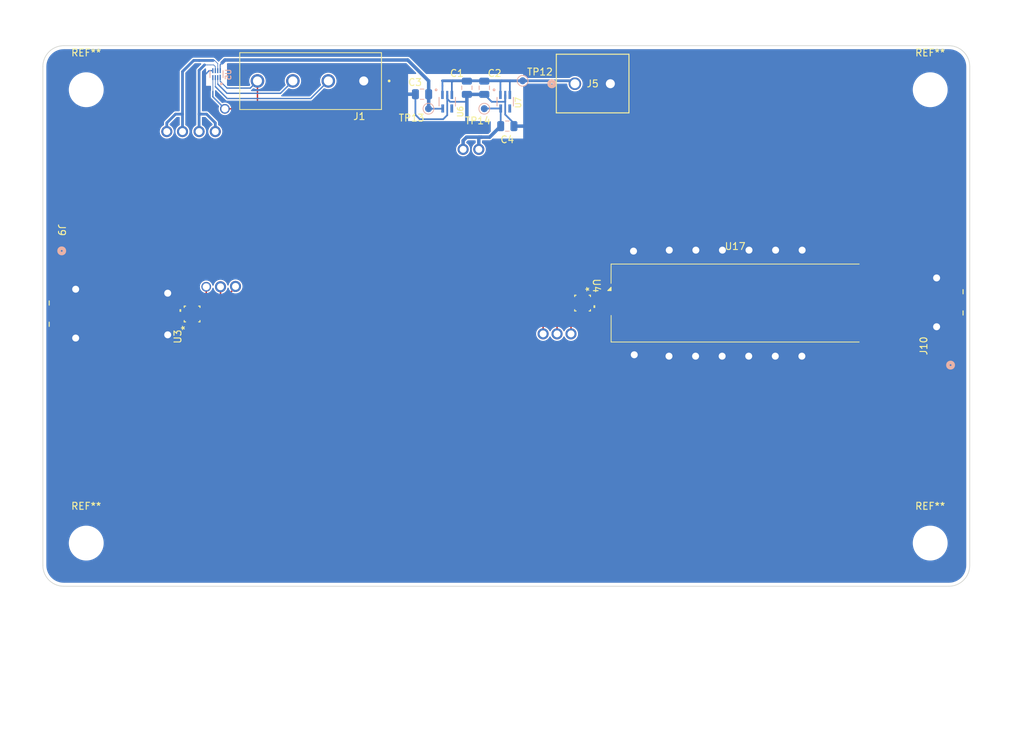
<source format=kicad_pcb>
(kicad_pcb (version 20240108) (generator "pcbnew") (generator_version "8.0")
  (title_block (title "RCA Telescope PCBs") (date "2025-04-29"))
  (layers (0 "F.Cu" signal) (31 "B.Cu" signal) (34 "B.Paste" user) (35 "F.Paste" user) (36 "B.SilkS" user "B.Silkscreen") (37 "F.SilkS" user "F.Silkscreen") (38 "B.Mask" user) (39 "F.Mask" user) (44 "Edge.Cuts" user))
  (net 0 "")
  (net 1 "/RFS_GND")
  (net 2 "/RFSwitchFilter/5V_IN")
  (net 3 "/RFSwitchFilter/+1V8")
  (net 4 "/RFSwitchFilter/+3V3")
  (net 5 "/RFSwitchFilter/CNTR_V1")
  (net 6 "/RFSwitchFilter/CNTR_V2")
  (net 7 "/RFSwitchFilter/VDD_REF")
  (net 8 "/RFSwitchFilter/ANT")
  (net 9 "/RFSwitchFilter/FILTER_OUT")
  (net 10 "/RFSwitchFilter/INT_CTRL_V1")
  (net 11 "/RFSwitchFilter/INT_CTRL_V2")
  (net 12 "/RFSwitchFilter/FILTERA_IN")
  (net 13 "/RFSwitchFilter/FILTERC_IN")
  (net 14 "/RFSwitchFilter/FILTERB_IN")
  (net 15 "Net-(U17-IN)")
  (footprint "Library:QFN12_SKY" (layer "F.Cu") (at 307.936071 56.90732 -90)
    (property "Reference" "U4")
    (property "Value" "SKY13588-460LF")
  )
  (footprint "RF_Mini-Circuits:Mini-Circuits_HQ1157" (layer "F.Cu") (at 329.811171 56.89711 90)
    (property "Reference" "U17")
    (property "Value" "BPF-A355")
  )
  (footprint "Library:CONN_142-0711-821_CIN" (layer "F.Cu") (at 355.693161 56.79711 90)
    (property "Reference" "J10")
    (property "Value" "FILTER_OUT")
  )
  (footprint "MountingHole:MountingHole_4.3mm_M4" (layer "F.Cu") (at 236.776491 91.31353)
    (property "Reference" "REF**")
    (property "Value" "MountingHole_4.3mm_M4")
  )
  (footprint "Library:PHOENIX_1729144" (layer "F.Cu") (at 279.102671 21.00261 180)
    (property "Reference" "J1")
    (property "Value" "Screw_Terminal_01x04")
  )
  (footprint "MountingHole:MountingHole_4.3mm_M4" (layer "F.Cu") (at 236.776491 26.31353)
    (property "Reference" "REF**")
    (property "Value" "MountingHole_4.3mm_M4")
  )
  (footprint "Library:QFN12_SKY" (layer "F.Cu") (at 251.956071 58.46732 90)
    (property "Reference" "U3")
    (property "Value" "SKY13588-460LF")
  )
  (footprint "MountingHole:MountingHole_4.3mm_M4" (layer "F.Cu") (at 357.776491 91.31353)
    (property "Reference" "REF**")
    (property "Value" "MountingHole_4.3mm_M4")
  )
  (footprint "MountingHole:MountingHole_4.3mm_M4" (layer "F.Cu") (at 357.776491 26.31353)
    (property "Reference" "REF**")
    (property "Value" "MountingHole_4.3mm_M4")
  )
  (footprint "Library:Kikit_Board_Label" (layer "F.Cu") (at 245.144836 20.032916)
    (property "Reference" "RFS")
    (property "Value" "Kikit_Board_Label")
  )
  (footprint "Library:CONN_1729128_PXC" (layer "F.Cu") (at 306.838236 25.45261)
    (property "Reference" "J5")
    (property "Value" "5V From SDR")
  )
  (footprint "Library:CONN_142-0711-821_CIN" (layer "F.Cu") (at 238.259071 58.41732 -90)
    (property "Reference" "J9")
    (property "Value" "ANT")
  )
  (footprint "Library:TestPoint_Pad_D1.0mm_Edit" (layer "B.Cu") (at 293.844836 29.032916 180)
    (property "Reference" "TP14")
    (property "Value" "FCTRL_3V3")
  )
  (footprint "Capacitor_SMD:C_0805_2012Metric" (layer "B.Cu") (at 284.918236 26.957916)
    (property "Reference" "C3")
    (property "Value" "1 uF")
  )
  (footprint "Capacitor_SMD:C_0805_2012Metric" (layer "B.Cu") (at 291.344836 26.032916 -90)
    (property "Reference" "C1")
    (property "Value" "1 uF")
  )
  (footprint "Library:TestPoint_Pad_D1.0mm_Edit" (layer "B.Cu") (at 285.844836 29.032916 180)
    (property "Reference" "TP13")
    (property "Value" "FCTRL_1V8")
  )
  (footprint "Capacitor_SMD:C_0805_2012Metric" (layer "B.Cu") (at 297.144836 31.532916 180)
    (property "Reference" "C4")
    (property "Value" "1 uF")
  )
  (footprint "Capacitor_SMD:C_0805_2012Metric" (layer "B.Cu") (at 293.844836 26.032916 -90)
    (property "Reference" "C2")
    (property "Value" "1 uF")
  )
  (footprint "Library:TestPoint_Pad_D1.0mm_Edit" (layer "B.Cu") (at 299.344836 25.032916 180)
    (property "Reference" "TP12")
    (property "Value" "FCTRL_VIN")
  )
  (footprint "Library:SOT65P210X110-5N" (layer "B.Cu") (at 288.532336 28.032916 -90)
    (property "Reference" "U6")
    (property "Value" "MIC5365-1.8YC5-TR")
  )
  (footprint "Library:SOT65P210X110-5N" (layer "B.Cu") (at 296.844836 28.032916 -90)
    (property "Reference" "U7")
    (property "Value" "MIC5365-3.3YC5-TR")
  )
  (footprint "Library:SON35P140X100X40-8N" (layer "B.Cu") (at 255.455171 24.07761 90)
    (property "Reference" "U5")
    (property "Value" "SN74AVC2T244DQER")
  )
  (gr_poly (pts (xy 312.035171 55.63261) (xy 311.735171 55.63261) (xy 311.735171 58.15261) (xy 312.035171 58.15261)) (fill solid) (layer "F.Cu") (net 15))
  (gr_poly (pts (xy 252.560051 59.19446) (xy 252.356851 59.19446) (xy 252.356851 59.77866) (xy 252.560051 59.77866)) (fill solid) (layer "F.Cu") (net 13))
  (gr_poly (pts (xy 251.559291 59.19446) (xy 251.356091 59.19446) (xy 251.356091 59.77866) (xy 251.559291 59.77866)) (fill solid) (layer "F.Cu") (net 12))
  (gr_poly (pts (xy 308.933991 50.66298) (xy 307.951191 50.66298) (xy 307.951191 51.66298) (xy 308.933991 51.66298)) (fill solid) (layer "F.Cu") (net 14))
  (gr_poly (pts (xy 311.742751 55.24813) (xy 310.242751 55.24813) (xy 310.242751 58.56372) (xy 311.742751 58.56372)) (fill solid) (layer "F.Cu") (net 15))
  (gr_poly (pts (xy 236.149463 60.136025) (xy 236.149463 56.820435) (xy 231.150391 57.47742) (xy 231.150391 59.4764)) (fill solid) (layer "F.Cu") (net 8))
  (gr_poly (pts (xy 300.867941 56.13616) (xy 299.664721 56.13616) (xy 299.664721 59.2454) (xy 300.867941 59.2454)) (fill solid) (layer "F.Cu") (net 13))
  (gr_poly (pts (xy 252.186921 52.66342) (xy 250.713211 52.66342) (xy 250.713211 54.16342) (xy 252.186921 54.16342)) (fill solid) (layer "F.Cu") (net 14))
  (gr_poly (pts (xy 266.446771 59.16332) (xy 254.538161 59.16332) (xy 254.538161 60.66324) (xy 266.446771 60.66324)) (fill solid) (layer "F.Cu") (net 13))
  (gr_poly (pts (xy 307.535811 57.6349) (xy 307.332611 57.6349) (xy 307.332611 58.2191) (xy 307.535811 58.2191)) (fill solid) (layer "F.Cu") (net 1))
  (gr_poly (pts (xy 296.182011 65.79084) (xy 296.182011 67.2742) (xy 296.679883 67.274217) (xy 296.679883 64.812957) (xy 296.430931 64.81294) (xy 296.430931 65.79084)) (fill solid) (layer "F.Cu") (net 12))
  (gr_poly (pts (xy 309.242691 56.30902) (xy 308.658491 56.30902) (xy 308.658491 56.51222) (xy 309.242691 56.51222)) (fill solid) (layer "F.Cu") (net 1))
  (gr_poly (pts (xy 252.059671 59.19446) (xy 251.856471 59.19446) (xy 251.856471 59.77866) (xy 252.059671 59.77866)) (fill solid) (layer "F.Cu") (net 1))
  (gr_poly (pts (xy 253.343765 65.432304) (xy 252.117251 65.43228) (xy 252.117251 66.6574) (xy 253.343765 66.657424)) (fill solid) (layer "F.Cu") (net 12))
  (gr_poly (pts (xy 308.542591 52.8593) (xy 308.342591 52.8593) (xy 308.342591 55.60331) (xy 308.542591 55.60331)) (fill solid) (layer "F.Cu") (net 14))
  (gr_poly (pts (xy 309.033201 59.36149) (xy 307.851971 59.36149) (xy 307.851971 65.37743) (xy 309.033201 65.37743)) (fill solid) (layer "F.Cu") (net 12))
  (gr_poly (pts (xy 254.116811 49.4835) (xy 252.115481 49.483486) (xy 252.115481 50.510766) (xy 254.116811 50.51078)) (fill solid) (layer "F.Cu") (net 14))
  (gr_poly (pts (xy 296.182016 65.790831) (xy 273.390231 65.7918) (xy 273.390231 66.29789) (xy 296.182016 66.296921)) (fill solid) (layer "F.Cu") (net 12))
  (gr_poly (pts (xy 299.598311 59.28082) (xy 299.598311 60.54574) (xy 299.671181 60.54369) (xy 299.743811 60.53756) (xy 299.815991 60.52736) (xy 299.887481 60.51312) (xy 299.958061 60.49489) (xy 300.027511 60.47272) (xy 300.095601 60.4467) (xy 300.162121 60.41689) (xy 300.226861 60.38339) (xy 300.289621 60.34632) (xy 300.350201 60.30577) (xy 300.408411 60.26189) (xy 300.464071 60.21481) (xy 300.516991 60.16469) (xy 300.567011 60.11166) (xy 300.613981 60.05592) (xy 300.657751 59.99762) (xy 300.698171 59.93697) (xy 300.735131 59.87413) (xy 300.768501 59.80932) (xy 300.798181 59.74274) (xy 300.824071 59.6746) (xy 300.846101 59.60511) (xy 300.864191 59.5345) (xy 300.878291 59.46298) (xy 300.888351 59.39078) (xy 300.894341 59.31814) (xy 300.898791 59.24526) (xy 299.633871 59.24526) (xy 299.636501 59.24526) (xy 299.636441 59.24735) (xy 299.636261 59.24943) (xy 299.635951 59.2515) (xy 299.635521 59.25355) (xy 299.634981 59.25556) (xy 299.634321 59.25755) (xy 299.633541 59.25949) (xy 299.632651 59.26138) (xy 299.631651 59.26322) (xy 299.630541 59.26499) (xy 299.629341 59.2667) (xy 299.628031 59.26833) (xy 299.626631 59.26988) (xy 299.625141 59.27135) (xy 299.623571 59.27273) (xy 299.621921 59.27402) (xy 299.620201 59.2752) (xy 299.618411 59.27628) (xy 299.616571 59.27726) (xy 299.614661 59.27813) (xy 299.612711 59.27888) (xy 299.610721 59.27952) (xy 299.608701 59.28004) (xy 299.606651 59.28044) (xy 299.604571 59.28072) (xy 299.602491 59.28087) (xy 299.600401 59.28091)) (fill solid) (layer "F.Cu") (net 13))
  (gr_poly (pts (xy 289.202821 59.59757) (xy 266.446695 59.59757) (xy 266.446695 60.22899) (xy 289.202821 60.22899)) (fill solid) (layer "F.Cu") (net 13))
  (gr_poly (pts (xy 307.704314 59.362365) (xy 309.167354 59.362365) (xy 308.534894 58.719745) (xy 308.336774 58.719745)) (fill solid) (layer "F.Cu") (net 12))
  (gr_poly (pts (xy 307.292981 55.37082) (xy 301.509911 55.37082) (xy 301.509911 55.57082) (xy 307.292981 55.57082)) (fill solid) (layer "F.Cu") (net 13))
  (gr_poly (pts (xy 297.500431 70.12634) (xy 295.361421 70.12634) (xy 295.361421 76.10098) (xy 297.500431 76.10098)) (fill solid) (layer "F.Cu") (net 12))
  (gr_rect (start 318.716491 62.01353) (end 341.036491 65.51353) (fill solid) (layer "F.Cu") (net 1))
  (gr_poly (pts (xy 250.650671 58.36818) (xy 249.150188 58.368104) (xy 249.150188 58.568104) (xy 250.650671 58.56818)) (fill solid) (layer "F.Cu") (net 8))
  (gr_poly (pts (xy 260.996541 64.85132) (xy 253.343751 64.85132) (xy 253.343751 67.23836) (xy 260.996541 67.23836)) (fill solid) (layer "F.Cu") (net 12))
  (gr_poly (pts (xy 253.266171 57.86858) (xy 252.681971 57.86858) (xy 252.681971 58.07178) (xy 253.266171 58.07178)) (fill solid) (layer "F.Cu") (net 4))
  (gr_poly (pts (xy 309.242691 56.8094) (xy 308.658491 56.8094) (xy 308.658491 57.0126) (xy 309.242691 57.0126)) (fill solid) (layer "F.Cu") (net 15))
  (gr_poly (pts (xy 307.210691 56.30902) (xy 306.626491 56.30902) (xy 306.626491 56.51222) (xy 307.210691 56.51222)) (fill solid) (layer "F.Cu") (net 11))
  (gr_poly (pts (xy 252.565131 59.77866) (xy 252.367011 59.77866) (xy 252.367141 59.78647) (xy 252.367531 59.79427) (xy 252.368181 59.80205) (xy 252.369101 59.80981) (xy 252.370271 59.81753) (xy 252.371691 59.82521) (xy 252.373381 59.83283) (xy 252.375311 59.8404) (xy 252.377501 59.84789) (xy 252.379941 59.85531) (xy 252.382621 59.86265) (xy 252.385551 59.86989) (xy 252.388721 59.87702) (xy 252.392131 59.88405) (xy 252.395761 59.89096) (xy 252.399631 59.89775) (xy 252.403721 59.9044) (xy 252.408031 59.91091) (xy 252.412561 59.91727) (xy 252.417301 59.92348) (xy 252.422241 59.92953) (xy 252.427381 59.93541) (xy 252.432721 59.94111) (xy 252.438241 59.94663) (xy 252.443941 59.95197) (xy 252.449821 59.95711) (xy 252.455871 59.96205) (xy 252.462081 59.96679) (xy 252.468441 59.97132) (xy 252.474951 59.97563) (xy 252.481601 59.97972) (xy 252.488391 59.98359) (xy 252.495301 59.98722) (xy 252.502331 59.99063) (xy 252.509461 59.9938) (xy 252.516701 59.99673) (xy 252.524041 59.99941) (xy 252.531461 60.00185) (xy 252.538951 60.00404) (xy 252.546521 60.00597) (xy 252.554141 60.00766) (xy 252.561821 60.00908) (xy 252.569541 60.01025) (xy 252.577301 60.01117) (xy 252.585081 60.01182) (xy 252.592881 60.01221) (xy 252.600691 60.01234) (xy 252.600691 59.81168) (xy 252.600691 59.81422) (xy 252.599501 59.8142) (xy 252.598311 59.81414) (xy 252.597131 59.81404) (xy 252.595951 59.8139) (xy 252.594781 59.81372) (xy 252.593611 59.81351) (xy 252.592451 59.81325) (xy 252.591301 59.81296) (xy 252.590151 59.81262) (xy 252.589031 59.81225) (xy 252.587911 59.81184) (xy 252.586811 59.8114) (xy 252.585721 59.81092) (xy 252.584651 59.8104) (xy 252.583601 59.80984) (xy 252.582571 59.80926) (xy 252.581561 59.80863) (xy 252.580561 59.80798) (xy 252.579601 59.80729) (xy 252.578651 59.80657) (xy 252.577731 59.80582) (xy 252.576841 59.80503) (xy 252.575971 59.80422) (xy 252.575131 59.80338) (xy 252.574321 59.80251) (xy 252.573531 59.80162) (xy 252.572781 59.8007) (xy 252.572061 59.79975) (xy 252.571371 59.79879) (xy 252.570721 59.79779) (xy 252.570091 59.79678) (xy 252.569511 59.79575) (xy 252.568951 59.7947) (xy 252.568431 59.79363) (xy 252.567951 59.79254) (xy 252.567511 59.79144) (xy 252.567101 59.79032) (xy 252.566731 59.7892) (xy 252.566391 59.78805) (xy 252.566101 59.7869) (xy 252.565841 59.78574) (xy 252.565631 59.78457) (xy 252.565451 59.7834) (xy 252.565311 59.78222) (xy 252.565211 59.78104) (xy 252.565151 59.77985)) (fill solid) (layer "F.Cu") (net 13))
  (gr_poly (pts (xy 252.059671 57.16246) (xy 251.856471 57.16246) (xy 251.856471 57.74666) (xy 252.059671 57.74666)) (fill solid) (layer "F.Cu") (net 1))
  (gr_poly (pts (xy 308.536571 55.6029) (xy 308.333371 55.6029) (xy 308.333371 56.1871) (xy 308.536571 56.1871)) (fill solid) (layer "F.Cu") (net 14))
  (gr_poly (pts (xy 252.115551 50.6626) (xy 250.700771 50.6626) (xy 250.703311 50.6626) (xy 250.704031 50.61731) (xy 250.706211 50.57206) (xy 250.709831 50.5269) (xy 250.714901 50.48189) (xy 250.721401 50.43706) (xy 250.729341 50.39246) (xy 250.738701 50.34814) (xy 250.749471 50.30414) (xy 250.761651 50.2605) (xy 250.775221 50.21728) (xy 250.790161 50.17452) (xy 250.806471 50.13226) (xy 250.824121 50.09054) (xy 250.843101 50.0494) (xy 250.863391 50.0089) (xy 250.884961 49.96906) (xy 250.907791 49.92994) (xy 250.931871 49.89157) (xy 250.957161 49.85399) (xy 250.983641 49.81723) (xy 251.011291 49.78135) (xy 251.040071 49.74637) (xy 251.069961 49.71232) (xy 251.100921 49.67925) (xy 251.132921 49.64719) (xy 251.165931 49.61617) (xy 251.199921 49.58623) (xy 251.234851 49.55738) (xy 251.270691 49.52967) (xy 251.307391 49.50313) (xy 251.344931 49.47777) (xy 251.383261 49.45362) (xy 251.422341 49.43071) (xy 251.462141 49.40907) (xy 251.502601 49.38871) (xy 251.543701 49.36966) (xy 251.585391 49.35194) (xy 251.627631 49.33555) (xy 251.670361 49.32053) (xy 251.713561 49.30689) (xy 251.757171 49.29463) (xy 251.801151 49.28378) (xy 251.845451 49.27434) (xy 251.890041 49.26632) (xy 251.934861 49.25973) (xy 251.979871 49.25459) (xy 252.025011 49.25088) (xy 252.070261 49.24863) (xy 252.115551 49.24782)) (fill solid) (layer "F.Cu") (net 14))
  (gr_poly (pts (xy 252.115551 50.74642) (xy 252.115551 50.6626) (xy 252.199371 50.6626) (xy 252.199321 50.6654) (xy 252.199181 50.6682) (xy 252.198951 50.67099) (xy 252.198621 50.67377) (xy 252.198201 50.67654) (xy 252.197691 50.6793) (xy 252.197091 50.68203) (xy 252.196391 50.68474) (xy 252.195611 50.68743) (xy 252.194731 50.6901) (xy 252.193771 50.69273) (xy 252.192721 50.69532) (xy 252.191581 50.69788) (xy 252.190361 50.7004) (xy 252.189061 50.70288) (xy 252.187671 50.70532) (xy 252.186201 50.7077) (xy 252.184651 50.71004) (xy 252.183031 50.71232) (xy 252.181331 50.71455) (xy 252.179561 50.71672) (xy 252.177721 50.71883) (xy 252.175801 50.72087) (xy 252.173821 50.72285) (xy 252.171781 50.72477) (xy 252.169671 50.72661) (xy 252.167501 50.72838) (xy 252.165271 50.73008) (xy 252.162991 50.7317) (xy 252.160651 50.73325) (xy 252.158271 50.73472) (xy 252.155831 50.73611) (xy 252.153351 50.73741) (xy 252.150831 50.73863) (xy 252.148271 50.73977) (xy 252.145681 50.74082) (xy 252.143051 50.74178) (xy 252.140381 50.74266) (xy 252.137691 50.74344) (xy 252.134981 50.74414) (xy 252.132251 50.74474) (xy 252.129491 50.74525) (xy 252.126721 50.74567) (xy 252.123941 50.746) (xy 252.121151 50.74623) (xy 252.118351 50.74637)) (fill solid) (layer "F.Cu") (net 14))
  (gr_poly (pts (xy 307.327531 55.6029) (xy 307.525651 55.6029) (xy 307.525411 55.59242) (xy 307.524711 55.58195) (xy 307.523541 55.57153) (xy 307.521891 55.56117) (xy 307.519791 55.5509) (xy 307.517231 55.54073) (xy 307.514211 55.53069) (xy 307.510751 55.52079) (xy 307.506851 55.51106) (xy 307.502511 55.50151) (xy 307.497751 55.49217) (xy 307.492571 55.48305) (xy 307.486991 55.47417) (xy 307.481021 55.46555) (xy 307.474671 55.4572) (xy 307.467951 55.44915) (xy 307.460871 55.44141) (xy 307.453461 55.434) (xy 307.445721 55.42692) (xy 307.437671 55.4202) (xy 307.429321 55.41385) (xy 307.420701 55.40788) (xy 307.411821 55.4023) (xy 307.402701 55.39712) (xy 307.393361 55.39236) (xy 307.383811 55.38802) (xy 307.374081 55.38412) (xy 307.364181 55.38066) (xy 307.354141 55.37764) (xy 307.343971 55.37508) (xy 307.333701 55.37298) (xy 307.323341 55.37133) (xy 307.312921 55.37016) (xy 307.302451 55.36946) (xy 307.291971 55.36922) (xy 307.291971 55.56988) (xy 307.291971 55.56734) (xy 307.293571 55.56738) (xy 307.295161 55.56748) (xy 307.296741 55.56766) (xy 307.298321 55.56791) (xy 307.299881 55.56823) (xy 307.301431 55.56862) (xy 307.302961 55.56908) (xy 307.304461 55.56961) (xy 307.305951 55.5702) (xy 307.307401 55.57086) (xy 307.308821 55.57159) (xy 307.310211 55.57237) (xy 307.311561 55.57322) (xy 307.312871 55.57413) (xy 307.314141 55.5751) (xy 307.315371 55.57612) (xy 307.316541 55.5772) (xy 307.317671 55.57833) (xy 307.318751 55.5795) (xy 307.319771 55.58073) (xy 307.320741 55.582) (xy 307.321651 55.58331) (xy 307.322501 55.58466) (xy 307.323281 55.58605) (xy 307.324011 55.58747) (xy 307.324671 55.58892) (xy 307.325261 55.59041) (xy 307.325791 55.59191) (xy 307.326251 55.59344) (xy 307.326641 55.59499) (xy 307.326961 55.59655) (xy 307.327211 55.59813) (xy 307.327391 55.59971) (xy 307.327491 55.6013)) (fill solid) (layer "F.Cu") (net 13))
  (gr_poly (pts (xy 251.556078 54.163416) (xy 251.356078 54.163416) (xy 251.356079 57.163856) (xy 251.556079 57.163856)) (fill solid) (layer "F.Cu") (net 14))
  (gr_poly (pts (xy 308.854071 51.662979) (xy 308.031111 51.662979) (xy 308.343531 52.8597) (xy 308.541651 52.8597)) (fill solid) (layer "F.Cu") (net 14))
  (gr_poly (pts (xy 308.036191 57.6349) (xy 307.832991 57.6349) (xy 307.832991 58.2191) (xy 308.036191 58.2191)) (fill solid) (layer "F.Cu") (net 1))
  (gr_poly (pts (xy 296.680931 67.27578) (xy 296.180931 67.27578) (xy 296.180931 70.12759) (xy 296.680931 70.12759)) (fill solid) (layer "F.Cu") (net 12))
  (gr_poly (pts (xy 307.210691 56.8094) (xy 306.626491 56.8094) (xy 306.626491 57.0126) (xy 307.210691 57.0126)) (fill solid) (layer "F.Cu") (net 10))
  (gr_poly (pts (xy 249.150221 57.97818) (xy 246.150231 57.97818) (xy 246.150231 58.97818) (xy 249.150221 58.97818)) (fill solid) (layer "F.Cu") (net 8))
  (gr_poly (pts (xy 305.776491 64.81353) (xy 296.679869 64.813815) (xy 296.679869 67.276445) (xy 305.776491 67.27616)) (fill solid) (layer "F.Cu") (net 12))
  (gr_poly (pts (xy 273.390841 65.36589) (xy 260.995131 65.36589) (xy 260.995131 66.7238) (xy 273.390841 66.7238)) (fill solid) (layer "F.Cu") (net 12))
  (gr_poly (pts (xy 252.196941 61.27841) (xy 250.703191 61.27841) (xy 250.703191 64.2784) (xy 252.196941 64.2784)) (fill solid) (layer "F.Cu") (net 12))
  (gr_poly (pts (xy 252.186329 64.278222) (xy 250.713739 64.278222) (xy 250.713771 65.37722) (xy 252.186361 65.37722)) (fill solid) (layer "F.Cu") (net 12))
  (gr_poly (pts (xy 254.538711 60.45938) (xy 254.538711 59.36464) (xy 254.099291 59.81168) (xy 254.099291 60.01234)) (fill solid) (layer "F.Cu") (net 13))
  (gr_poly (pts (xy 347.586171 55.63261) (xy 347.856171 55.63261) (xy 347.846171 58.16261) (xy 347.586171 58.16261)) (fill solid) (layer "F.Cu") (net 9))
  (gr_rect (start 318.706491 48.31353) (end 341.026491 51.81353) (fill solid) (layer "F.Cu") (net 1))
  (gr_poly (pts (xy 251.234171 58.86934) (xy 250.649971 58.86934) (xy 250.649971 59.07254) (xy 251.234171 59.07254)) (fill solid) (layer "F.Cu") (net 1))
  (gr_poly (pts (xy 307.774571 50.3705) (xy 307.774571 49.6212) (xy 307.774571 49.61866) (xy 307.818881 49.6196) (xy 307.863101 49.62242) (xy 307.907171 49.62712) (xy 307.951001 49.63368) (xy 307.994511 49.64209) (xy 308.037621 49.65234) (xy 308.080261 49.66442) (xy 308.122351 49.67829) (xy 308.163811 49.69394) (xy 308.204571 49.71133) (xy 308.244561 49.73044) (xy 308.283691 49.75123) (xy 308.321921 49.77365) (xy 308.359151 49.79769) (xy 308.395331 49.82328) (xy 308.430391 49.85038) (xy 308.464271 49.87894) (xy 308.496911 49.90892) (xy 308.528251 49.94026) (xy 308.558231 49.9729) (xy 308.586791 50.00678) (xy 308.613891 50.04184) (xy 308.639481 50.07802) (xy 308.663521 50.11525) (xy 308.685941 50.15348) (xy 308.706731 50.19261) (xy 308.725841 50.2326) (xy 308.743231 50.27336) (xy 308.758881 50.31482) (xy 308.772751 50.35691) (xy 308.784831 50.39955) (xy 308.795081 50.44266) (xy 308.803491 50.48617) (xy 308.810051 50.53) (xy 308.814751 50.57407) (xy 308.817571 50.61829) (xy 308.818547 50.663004) (xy 308.066707 50.663004) (xy 308.066391 50.64986) (xy 308.065561 50.63714) (xy 308.064171 50.62447) (xy 308.062231 50.61188) (xy 308.059751 50.59938) (xy 308.056721 50.587) (xy 308.053151 50.57476) (xy 308.049051 50.5627) (xy 308.044441 50.55082) (xy 308.039301 50.53915) (xy 308.033671 50.52772) (xy 308.027541 50.51655) (xy 308.020921 50.50565) (xy 308.013841 50.49506) (xy 308.006311 50.48478) (xy 307.998331 50.47484) (xy 307.989931 50.46526) (xy 307.981121 50.45605) (xy 307.971911 50.44724) (xy 307.962331 50.43884) (xy 307.952391 50.43086) (xy 307.942111 50.42333) (xy 307.931521 50.41625) (xy 307.920621 50.40963) (xy 307.909451 50.4035) (xy 307.898021 50.39787) (xy 307.886351 50.39273) (xy 307.874471 50.38812) (xy 307.862411 50.38402) (xy 307.850171 50.38045) (xy 307.837791 50.37742) (xy 307.825291 50.37494) (xy 307.812701 50.373) (xy 307.800031 50.37161) (xy 307.787311 50.37078)) (fill solid) (layer "F.Cu") (net 14))
  (gr_poly (pts (xy 300.931811 56.10328) (xy 300.931811 54.83582) (xy 300.861401 54.83773) (xy 300.791201 54.84344) (xy 300.721421 54.85295) (xy 300.652251 54.86622) (xy 300.583891 54.88322) (xy 300.516561 54.9039) (xy 300.450451 54.92818) (xy 300.385751 54.95602) (xy 300.322651 54.98731) (xy 300.261341 55.02197) (xy 300.202001 55.05991) (xy 300.144791 55.101) (xy 300.089901 55.14512) (xy 300.037471 55.19216) (xy 299.987671 55.24196) (xy 299.940631 55.29439) (xy 299.896511 55.34928) (xy 299.855421 55.40649) (xy 299.817481 55.46583) (xy 299.782821 55.52714) (xy 299.751531 55.59024) (xy 299.723691 55.65494) (xy 299.699411 55.72105) (xy 299.678731 55.78838) (xy 299.661731 55.85674) (xy 299.648461 55.92591) (xy 299.638951 55.99569) (xy 299.633241 56.06589) (xy 299.631331 56.1363) (xy 300.901331 56.1363) (xy 300.901231 56.1363) (xy 300.901281 56.13447) (xy 300.901441 56.13264) (xy 300.901691 56.13083) (xy 300.902041 56.12903) (xy 300.902491 56.12725) (xy 300.903041 56.12551) (xy 300.903691 56.12379) (xy 300.904421 56.12211) (xy 300.905261 56.12048) (xy 300.906171 56.1189) (xy 300.907181 56.11736) (xy 300.908271 56.11589) (xy 300.909441 56.11448) (xy 300.910681 56.11313) (xy 300.912001 56.11186) (xy 300.913391 56.11066) (xy 300.914841 56.10954) (xy 300.916351 56.1085) (xy 300.917911 56.10755) (xy 300.919531 56.10669) (xy 300.921191 56.10591) (xy 300.922891 56.10523) (xy 300.924621 56.10464) (xy 300.926391 56.10415) (xy 300.928181 56.10376) (xy 300.929991 56.10347)) (fill solid) (layer "F.Cu") (net 13))
  (gr_poly (pts (xy 299.600161 59.66266) (xy 289.202771 59.66266) (xy 289.202771 60.1639) (xy 299.600161 60.1639)) (fill solid) (layer "F.Cu") (net 13))
  (gr_poly (pts (xy 252.560051 57.16246) (xy 252.356851 57.16246) (xy 252.356851 57.74666) (xy 252.560051 57.74666)) (fill solid) (layer "F.Cu") (net 1))
  (gr_poly (pts (xy 308.535238 58.219093) (xy 308.335238 58.219093) (xy 308.335091 58.720224) (xy 308.535091 58.720224)) (fill solid) (layer "F.Cu") (net 12))
  (gr_poly (pts (xy 308.036191 55.6029) (xy 307.832991 55.6029) (xy 307.832991 56.1871) (xy 308.036191 56.1871)) (fill solid) (layer "F.Cu") (net 1))
  (gr_poly (pts (xy 251.234171 58.36896) (xy 250.649971 58.36896) (xy 250.649971 58.57216) (xy 251.234171 58.57216)) (fill solid) (layer "F.Cu") (net 8))
  (gr_poly (pts (xy 246.150371 56.82039) (xy 236.149463 56.820435) (xy 236.149463 60.136025) (xy 246.150371 60.13598)) (fill solid) (layer "F.Cu") (net 8))
  (gr_poly (pts (xy 269.789171 49.24714) (xy 254.116761 49.24714) (xy 254.116761 50.74711) (xy 269.789171 50.74711)) (fill solid) (layer "F.Cu") (net 14))
  (gr_poly (pts (xy 310.243071 56.80592) (xy 309.243071 56.80592) (xy 309.243071 57.00592) (xy 310.243071 57.00592)) (fill solid) (layer "F.Cu") (net 15))
  (gr_poly (pts (xy 300.931811 55.00346) (xy 300.931811 55.93818) (xy 301.510931 55.56988) (xy 301.510931 55.36922)) (fill solid) (layer "F.Cu") (net 13))
  (gr_poly (pts (xy 307.535811 55.6029) (xy 307.332611 55.6029) (xy 307.332611 56.1871) (xy 307.535811 56.1871)) (fill solid) (layer "F.Cu") (net 13))
  (gr_poly (pts (xy 251.559291 57.16246) (xy 251.356091 57.16246) (xy 251.356091 57.74666) (xy 251.559291 57.74666)) (fill solid) (layer "F.Cu") (net 14))
  (gr_poly (pts (xy 307.776351 49.49382) (xy 305.776351 49.49382) (xy 305.776351 50.50042) (xy 307.776351 50.50042)) (fill solid) (layer "F.Cu") (net 14))
  (gr_poly (pts (xy 252.133837 50.662482) (xy 250.766247 50.662482) (xy 250.766265 52.663424) (xy 252.133855 52.663424)) (fill solid) (layer "F.Cu") (net 14))
  (gr_poly (pts (xy 253.266171 58.86934) (xy 252.681971 58.86934) (xy 252.681971 59.07254) (xy 253.266171 59.07254)) (fill solid) (layer "F.Cu") (net 10))
  (gr_poly (pts (xy 252.389871 58.03876) (xy 251.526271 58.03876) (xy 251.526271 58.90236) (xy 252.389871 58.90236)) (fill solid) (layer "F.Cu") (net 1))
  (gr_poly (pts (xy 308.366391 56.4792) (xy 307.502791 56.4792) (xy 307.502791 57.3428) (xy 308.366391 57.3428)) (fill solid) (layer "F.Cu") (net 1))
  (gr_poly (pts (xy 305.776354 49.525205) (xy 269.788931 49.52511) (xy 269.788931 50.46913) (xy 305.776354 50.469225)) (fill solid) (layer "F.Cu") (net 14))
  (gr_poly (pts (xy 307.210691 57.30978) (xy 306.626491 57.30978) (xy 306.626491 57.51298) (xy 307.210691 57.51298)) (fill solid) (layer "F.Cu") (net 4))
  (gr_poly (pts (xy 251.555171 59.77796) (xy 251.355171 59.77796) (xy 251.35517 61.278692) (xy 251.55517 61.278692)) (fill solid) (layer "F.Cu") (net 12))
  (gr_poly (pts (xy 254.099991 59.81328) (xy 252.599991 59.81328) (xy 252.599991 60.01328) (xy 254.099991 60.01328)) (fill solid) (layer "F.Cu") (net 13))
  (gr_poly (pts (xy 307.774571 65.45302) (xy 307.774571 66.63412) (xy 307.827931 66.63299) (xy 307.881201 66.62959) (xy 307.934271 66.62394) (xy 307.987051 66.61603) (xy 308.039461 66.6059) (xy 308.091381 66.59355) (xy 308.142741 66.57901) (xy 308.193431 66.5623) (xy 308.243361 66.54345) (xy 308.292451 66.52251) (xy 308.340611 66.4995) (xy 308.387751 66.47446) (xy 308.433781 66.44745) (xy 308.478631 66.41851) (xy 308.522201 66.38769) (xy 308.564431 66.35504) (xy 308.605241 66.32064) (xy 308.644541 66.28454) (xy 308.682291 66.24679) (xy 308.718391 66.20749) (xy 308.752791 66.16668) (xy 308.785441 66.12445) (xy 308.816261 66.08088) (xy 308.845201 66.03603) (xy 308.872211 65.99) (xy 308.897251 65.94286) (xy 308.920261 65.8947) (xy 308.941201 65.84561) (xy 308.960051 65.79568) (xy 308.976761 65.74499) (xy 308.991301 65.69363) (xy 309.003651 65.64171) (xy 309.013781 65.5893) (xy 309.021691 65.53652) (xy 309.027341 65.48345) (xy 309.030741 65.43018) (xy 309.031871 65.37682) (xy 307.850771 65.37682) (xy 307.850701 65.38014) (xy 307.850481 65.38346) (xy 307.850121 65.38677) (xy 307.849611 65.39005) (xy 307.848961 65.39331) (xy 307.848171 65.39654) (xy 307.847241 65.39973) (xy 307.846171 65.40288) (xy 307.844971 65.40598) (xy 307.843631 65.40902) (xy 307.842161 65.41201) (xy 307.840561 65.41492) (xy 307.838841 65.41776) (xy 307.836991 65.42053) (xy 307.835021 65.42321) (xy 307.832941 65.4258) (xy 307.830751 65.4283) (xy 307.828451 65.4307) (xy 307.826051 65.433) (xy 307.823551 65.43519) (xy 307.820961 65.43727) (xy 307.818281 65.43924) (xy 307.815511 65.44109) (xy 307.812671 65.44281) (xy 307.809761 65.44441) (xy 307.806771 65.44588) (xy 307.803731 65.44722) (xy 307.800631 65.44842) (xy 307.797481 65.44949) (xy 307.794291 65.45042) (xy 307.791061 65.45121) (xy 307.787801 65.45186) (xy 307.784521 65.45237) (xy 307.781211 65.45273) (xy 307.777891 65.45295)) (fill solid) (layer "F.Cu") (net 12))
  (gr_poly (pts (xy 308.536571 57.6349) (xy 308.333371 57.6349) (xy 308.333371 58.2191) (xy 308.536571 58.2191)) (fill solid) (layer "F.Cu") (net 12))
  (gr_poly (pts (xy 357.846193 55.239918) (xy 357.846193 58.554618) (xy 362.846161 57.89711) (xy 362.846161 55.89813)) (fill solid) (layer "F.Cu") (net 9))
  (gr_poly (pts (xy 251.234171 57.86858) (xy 250.649971 57.86858) (xy 250.649971 58.07178) (xy 251.234171 58.07178)) (fill solid) (layer "F.Cu") (net 1))
  (gr_poly (pts (xy 309.242691 57.30978) (xy 308.658491 57.30978) (xy 308.658491 57.51298) (xy 309.242691 57.51298)) (fill solid) (layer "F.Cu") (net 1))
  (gr_poly (pts (xy 253.266171 58.36896) (xy 252.681971 58.36896) (xy 252.681971 58.57216) (xy 253.266171 58.57216)) (fill solid) (layer "F.Cu") (net 11))
  (gr_poly (pts (xy 252.039351 65.37682) (xy 250.860791 65.37682) (xy 250.861431 65.41707) (xy 250.863371 65.45727) (xy 250.866581 65.49739) (xy 250.871091 65.53739) (xy 250.876871 65.57723) (xy 250.883921 65.61686) (xy 250.892231 65.65624) (xy 250.901811 65.69534) (xy 250.912621 65.73411) (xy 250.924681 65.77251) (xy 250.937961 65.81051) (xy 250.952441 65.84807) (xy 250.968131 65.88514) (xy 250.984991 65.92169) (xy 251.003011 65.95768) (xy 251.022171 65.99308) (xy 251.042461 66.02784) (xy 251.063851 66.06194) (xy 251.086321 66.09533) (xy 251.109851 66.12799) (xy 251.134411 66.15988) (xy 251.159991 66.19097) (xy 251.186541 66.22122) (xy 251.214041 66.25061) (xy 251.242481 66.2791) (xy 251.271811 66.30666) (xy 251.302011 66.33328) (xy 251.333041 66.35891) (xy 251.364881 66.38354) (xy 251.397491 66.40713) (xy 251.430841 66.42967) (xy 251.464901 66.45113) (xy 251.499621 66.47149) (xy 251.534981 66.49073) (xy 251.570931 66.50882) (xy 251.607451 66.52575) (xy 251.644491 66.54151) (xy 251.682011 66.55607) (xy 251.719991 66.56943) (xy 251.758371 66.58156) (xy 251.797111 66.59246) (xy 251.836191 66.60211) (xy 251.875561 66.61051) (xy 251.915171 66.61764) (xy 251.955001 66.6235) (xy 251.994991 66.62808) (xy 252.035101 66.63138) (xy 252.075301 66.63339) (xy 252.117258 66.634183) (xy 252.117258 65.453083) (xy 252.113061 65.45298) (xy 252.110571 65.45286) (xy 252.108081 65.45265) (xy 252.105601 65.45237) (xy 252.103141 65.452) (xy 252.100681 65.45156) (xy 252.098251 65.45103) (xy 252.095831 65.45042) (xy 252.093431 65.44974) (xy 252.091061 65.44898) (xy 252.088711 65.44814) (xy 252.086391 65.44722) (xy 252.084101 65.44623) (xy 252.081851 65.44516) (xy 252.079631 65.44402) (xy 252.077451 65.44281) (xy 252.075311 65.44153) (xy 252.073221 65.44018) (xy 252.071171 65.43876) (xy 252.069161 65.43727) (xy 252.067211 65.43572) (xy 252.065311 65.43411) (xy 252.063461 65.43244) (xy 252.061671 65.4307) (xy 252.059931 65.42891) (xy 252.058261 65.42706) (xy 252.056651 65.42516) (xy 252.055101 65.42321) (xy 252.053611 65.4212) (xy 252.052191 65.41915) (xy 252.050841 65.41706) (xy 252.049561 65.41492) (xy 252.048351 65.41274) (xy 252.047211 65.41052) (xy 252.046141 65.40827) (xy 252.045151 65.40598) (xy 252.044231 65.40366) (xy 252.043391 65.40131) (xy 252.042631 65.39894) (xy 252.041951 65.39654) (xy 252.041341 65.39412) (xy 252.040811 65.39169) (xy 252.040371 65.38923) (xy 252.040001 65.38677) (xy 252.039721 65.38429) (xy 252.039511 65.3818) (xy 252.039391 65.37931)) (fill solid) (layer "F.Cu") (net 12))
  (gr_poly (pts (xy 307.776351 65.51897) (xy 305.776351 65.51897) (xy 305.776351 66.57071) (xy 307.776351 66.57071)) (fill solid) (layer "F.Cu") (net 12))
  (gr_poly (pts (xy 357.846563 55.238654) (xy 347.846171 55.23856) (xy 347.846171 58.55415) (xy 357.846563 58.554244)) (fill solid) (layer "F.Cu") (net 9))
  (gr_line (start 360.444991 97.50002) (end 233.554991 97.5) (stroke (width 0.1)) (layer "Edge.Cuts"))
  (gr_line (start 233.554991 20.00002) (end 360.444991 20) (stroke (width 0.1)) (layer "Edge.Cuts"))
  (gr_line (start 363.44501 22.999999) (end 363.444991 94.5) (stroke (width 0.1)) (layer "Edge.Cuts"))
  (gr_arc (start 233.554991 97.5) (mid 231.433677 96.621319) (end 230.555011 94.5) (stroke (width 0.1)) (layer "Edge.Cuts"))
  (gr_arc (start 363.444991 94.5) (mid 362.566318 96.621333) (end 360.444991 97.50002) (stroke (width 0.1)) (layer "Edge.Cuts"))
  (gr_arc (start 230.554991 23) (mid 231.433677 20.878692) (end 233.554991 20.00002) (stroke (width 0.1)) (layer "Edge.Cuts"))
  (gr_line (start 230.555011 94.5) (end 230.554991 23) (stroke (width 0.1)) (layer "Edge.Cuts"))
  (gr_arc (start 360.444991 20) (mid 362.566318 20.878678) (end 363.44501 22.999999) (stroke (width 0.1)) (layer "Edge.Cuts"))
  (segment (start 307.934591 56.911) (end 307.934591 57.927) (width 0.2) (layer "F.Cu") (net 1))
  (segment (start 251.458931 57.97018) (end 251.956071 58.46732) (width 0.2) (layer "F.Cu") (net 1))
  (segment (start 250.940071 58.967319) (end 248.455171 61.452219) (width 0.2) (layer "F.Cu") (net 1))
  (segment (start 315.237411 49.45261) (end 308.952071 55.73795) (width 0.2) (layer "F.Cu") (net 1))
  (segment (start 307.936071 55.89648) (end 307.936071 56.90732) (width 0.2) (layer "F.Cu") (net 1))
  (segment (start 250.939212 57.967321) (end 248.455171 55.48328) (width 0.2) (layer "F.Cu") (net 1))
  (segment (start 252.455211 57.45132) (end 251.956071 57.45132) (width 0.2) (layer "F.Cu") (net 1))
  (segment (start 251.956071 59.48332) (end 251.956071 58.47256) (width 0.2) (layer "F.Cu") (net 1))
  (segment (start 307.934591 55.895) (end 307.936071 55.89648) (width 0.2) (layer "F.Cu") (net 1))
  (segment (start 251.956071 57.45656) (end 251.956071 58.46732) (width 0.2) (layer "F.Cu") (net 1))
  (segment (start 307.934591 57.927) (end 307.439752 57.927) (width 0.2) (layer "F.Cu") (net 1))
  (segment (start 308.950591 57.41138) (end 308.434971 57.41138) (width 0.2) (layer "F.Cu") (net 1))
  (segment (start 248.455171 61.452219) (end 248.455171 61.45261) (width 0.2) (layer "F.Cu") (net 1))
  (segment (start 250.942071 57.97018) (end 251.458931 57.97018) (width 0.2) (layer "F.Cu") (net 1))
  (segment (start 307.439752 57.927) (end 307.436072 57.92332) (width 0.2) (layer "F.Cu") (net 1))
  (segment (start 251.452451 58.97094) (end 251.956071 58.46732) (width 0.2) (layer "F.Cu") (net 1))
  (segment (start 308.432771 56.41062) (end 307.936071 56.90732) (width 0.2) (layer "F.Cu") (net 1))
  (segment (start 308.952071 56.407321) (end 308.952071 56.40914) (width 0.2) (layer "F.Cu") (net 1))
  (segment (start 250.940071 57.967321) (end 250.939212 57.967321) (width 0.2) (layer "F.Cu") (net 1))
  (segment (start 308.94642 57.913659) (end 308.94642 57.44386) (width 0.2) (layer "F.Cu") (net 1))
  (segment (start 251.956071 58.47256) (end 251.958071 58.47056) (width 0.2) (layer "F.Cu") (net 1))
  (segment (start 252.458451 57.45456) (end 252.455211 57.45132) (width 0.2) (layer "F.Cu") (net 1))
  (segment (start 250.942071 58.97094) (end 251.452451 58.97094) (width 0.2) (layer "F.Cu") (net 1))
  (segment (start 308.952071 55.73795) (end 308.952071 56.407321) (width 0.2) (layer "F.Cu") (net 1))
  (segment (start 308.952071 56.40914) (end 308.950591 56.41062) (width 0.2) (layer "F.Cu") (net 1))
  (segment (start 315.346291 64.31353) (end 308.94642 57.913659) (width 0.2) (layer "F.Cu") (net 1))
  (segment (start 308.950591 56.41062) (end 308.432771 56.41062) (width 0.2) (layer "F.Cu") (net 1))
  (segment (start 251.958071 57.45456) (end 251.956071 57.45656) (width 0.2) (layer "F.Cu") (net 1))
  (segment (start 308.434971 57.41138) (end 307.934591 56.911) (width 0.2) (layer "F.Cu") (net 1))
  (via (at 339.416491 49.31353) (size 1.4) (drill 1) (layers "F.Cu" "B.Cu") (net 1))
  (via (at 327.946491 64.51353) (size 1.4) (drill 1) (layers "F.Cu" "B.Cu") (net 1))
  (via (at 327.986491 49.31353) (size 1.4) (drill 1) (layers "F.Cu" "B.Cu") (net 1))
  (via (at 315.346291 64.31353) (size 1.4) (drill 1) (layers "F.Cu" "B.Cu") (net 1))
  (via (at 248.455171 61.45261) (size 1.4) (drill 1) (layers "F.Cu" "B.Cu") (net 1))
  (via (at 248.455171 55.48328) (size 1.4) (drill 1) (layers "F.Cu" "B.Cu") (net 1))
  (via (at 324.136491 64.51353) (size 1.4) (drill 1) (layers "F.Cu" "B.Cu") (net 1))
  (via (at 315.237411 49.45261) (size 1.4) (drill 1) (layers "F.Cu" "B.Cu") (net 1))
  (via (at 324.176491 49.31353) (size 1.4) (drill 1) (layers "F.Cu" "B.Cu") (net 1))
  (via (at 320.366491 49.31353) (size 1.4) (drill 1) (layers "F.Cu" "B.Cu") (net 1))
  (via (at 339.376491 64.51353) (size 1.4) (drill 1) (layers "F.Cu" "B.Cu") (net 1))
  (via (at 331.796491 49.31353) (size 1.4) (drill 1) (layers "F.Cu" "B.Cu") (net 1))
  (via (at 335.566491 64.51353) (size 1.4) (drill 1) (layers "F.Cu" "B.Cu") (net 1))
  (via (at 320.326491 64.51353) (size 1.4) (drill 1) (layers "F.Cu" "B.Cu") (net 1))
  (via (at 335.606491 49.31353) (size 1.4) (drill 1) (layers "F.Cu" "B.Cu") (net 1))
  (via (at 331.756491 64.51353) (size 1.4) (drill 1) (layers "F.Cu" "B.Cu") (net 1))
  (segment (start 288.947642 28.038222) (end 288.532336 27.622916) (width 0.25) (layer "B.Cu") (net 1))
  (segment (start 296.844836 28.038222) (end 296.844836 27.062916) (width 0.25) (layer "B.Cu") (net 1))
  (segment (start 293.844836 26.982916) (end 294.900142 28.038222) (width 0.25) (layer "B.Cu") (net 1))
  (segment (start 254.395142 23.58261) (end 253.676491 24.301261) (width 0.2) (layer "B.Cu") (net 1))
  (segment (start 294.900142 28.038222) (end 296.844836 28.038222) (width 0.25) (layer "B.Cu") (net 1))
  (segment (start 284.601183 30.538222) (end 283.968236 29.905275) (width 0.25) (layer "B.Cu") (net 1))
  (segment (start 288.532336 27.622916) (end 288.532336 27.062916) (width 0.25) (layer "B.Cu") (net 1))
  (segment (start 293.844836 26.982916) (end 291.344836 26.982916) (width 0.5) (layer "B.Cu") (net 1))
  (segment (start 291.344836 28.038222) (end 288.947642 28.038222) (width 0.25) (layer "B.Cu") (net 1))
  (segment (start 296.844836 29.875157) (end 298.094836 31.125157) (width 0.25) (layer "B.Cu") (net 1))
  (segment (start 298.094836 31.125157) (end 298.094836 31.532916) (width 0.25) (layer "B.Cu") (net 1))
  (segment (start 283.968236 26.957916) (end 281.500579 26.957916) (width 0.5) (layer "B.Cu") (net 1))
  (segment (start 288.532336 27.062916) (end 288.532336 29.957685) (width 0.25) (layer "B.Cu") (net 1))
  (segment (start 288.532336 29.957685) (end 287.951799 30.538222) (width 0.25) (layer "B.Cu") (net 1))
  (segment (start 254.930171 23.58261) (end 254.395142 23.58261) (width 0.2) (layer "B.Cu") (net 1))
  (segment (start 291.344836 26.982916) (end 291.344836 28.038222) (width 0.25) (layer "B.Cu") (net 1))
  (segment (start 291.344836 26.982916) (end 291.344836 31.245185) (width 0.5) (layer "B.Cu") (net 1))
  (segment (start 296.844836 27.062916) (end 296.844836 29.875157) (width 0.25) (layer "B.Cu") (net 1))
  (segment (start 298.094836 31.532916) (end 301.402595 31.532916) (width 0.5) (layer "B.Cu") (net 1))
  (segment (start 253.676491 24.301261) (end 253.676491 27.064571) (width 0.2) (layer "B.Cu") (net 1))
  (segment (start 287.951799 30.538222) (end 284.601183 30.538222) (width 0.25) (layer "B.Cu") (net 1))
  (segment (start 283.968236 29.905275) (end 283.968236 26.957916) (width 0.25) (layer "B.Cu") (net 1))
  (segment (start 299.344836 25.032916) (end 306.418542 25.032916) (width 0.4) (layer "B.Cu") (net 2))
  (segment (start 306.418542 25.032916) (end 306.838236 25.45261) (width 0.4) (layer "B.Cu") (net 2))
  (segment (start 297.507336 27.062916) (end 297.507336 25.120416) (width 0.25) (layer "B.Cu") (net 2))
  (segment (start 296.157336 27.062916) (end 296.157336 25.220416) (width 0.25) (layer "B.Cu") (net 2))
  (segment (start 297.507336 25.120416) (end 297.594836 25.032916) (width 0.25) (layer "B.Cu") (net 2))
  (segment (start 287.844836 25.032916) (end 287.844836 25.755416) (width 0.25) (layer "B.Cu") (net 2))
  (segment (start 289.194836 27.062916) (end 289.194836 25.182916) (width 0.25) (layer "B.Cu") (net 2))
  (segment (start 299.344836 25.032916) (end 297.594836 25.032916) (width 0.4) (layer "B.Cu") (net 2))
  (segment (start 289.194836 25.182916) (end 289.344836 25.032916) (width 0.25) (layer "B.Cu") (net 2))
  (segment (start 289.344836 25.032916) (end 287.844836 25.032916) (width 0.4) (layer "B.Cu") (net 2))
  (segment (start 287.844836 25.755416) (end 287.844836 27.062916) (width 0.25) (layer "B.Cu") (net 2))
  (segment (start 297.594836 25.032916) (end 296.344836 25.032916) (width 0.4) (layer "B.Cu") (net 2))
  (segment (start 296.344836 25.032916) (end 289.344836 25.032916) (width 0.4) (layer "B.Cu") (net 2))
  (segment (start 255.980171 23.58261) (end 255.980171 22.72761) (width 0.15) (layer "B.Cu") (net 3))
  (segment (start 255.980171 22.72761) (end 256.255171 22.45261) (width 0.15) (layer "B.Cu") (net 3))
  (segment (start 285.868236 26.957916) (end 285.868236 29.009516) (width 0.5) (layer "B.Cu") (net 3))
  (segment (start 287.852336 29.032916) (end 287.882336 29.002916) (width 0.25) (layer "B.Cu") (net 3))
  (segment (start 285.868236 25.056316) (end 285.868236 26.957916) (width 0.5) (layer "B.Cu") (net 3))
  (segment (start 256.255171 22.45261) (end 256.655171 22.05261) (width 0.5) (layer "B.Cu") (net 3))
  (segment (start 285.844836 29.032916) (end 287.852336 29.032916) (width 0.25) (layer "B.Cu") (net 3))
  (segment (start 285.868236 29.009516) (end 285.844836 29.032916) (width 0.4) (layer "B.Cu") (net 3))
  (segment (start 282.86453 22.05261) (end 285.868236 25.056316) (width 0.5) (layer "B.Cu") (net 3))
  (segment (start 256.655171 22.05261) (end 282.86453 22.05261) (width 0.5) (layer "B.Cu") (net 3))
  (segment (start 253.376491 57.967321) (end 252.972071 57.967321) (width 0.2) (layer "F.Cu") (net 4))
  (segment (start 253.976488 54.56353) (end 253.976488 57.367324) (width 0.2) (layer "F.Cu") (net 4))
  (segment (start 306.276491 61.31353) (end 306.276491 57.81353) (width 0.2) (layer "F.Cu") (net 4))
  (segment (start 306.276491 57.81353) (end 306.678641 57.41138) (width 0.2) (layer "F.Cu") (net 4))
  (segment (start 253.976488 57.367324) (end 253.376491 57.967321) (width 0.2) (layer "F.Cu") (net 4))
  (segment (start 306.678641 57.41138) (end 306.918591 57.41138) (width 0.15) (layer "F.Cu") (net 4))
  (via (at 293.057625 34.86353) (size 1.6) (drill 1) (layers "F.Cu" "B.Cu") (net 4))
  (via (at 290.807625 34.86353) (size 1.6) (drill 1) (layers "F.Cu" "B.Cu") (net 4))
  (via (at 306.276491 61.31353) (size 1.6) (drill 1) (layers "F.Cu" "B.Cu") (net 4))
  (via (at 253.976488 54.56353) (size 1.4) (drill 1) (layers "F.Cu" "B.Cu") (net 4))
  (segment (start 290.807625 34.86353) (end 290.807625 33.61353) (width 0.5) (layer "B.Cu") (net 4))
  (segment (start 290.807625 33.61353) (end 291.307625 33.11353) (width 0.5) (layer "B.Cu") (net 4))
  (segment (start 294.614222 33.11353) (end 296.194836 31.532916) (width 0.5) (layer "B.Cu") (net 4))
  (segment (start 293.445356 33.11353) (end 293.057625 33.11353) (width 0.5) (layer "B.Cu") (net 4))
  (segment (start 293.057625 33.11353) (end 293.057625 34.86353) (width 0.5) (layer "B.Cu") (net 4))
  (segment (start 293.445356 33.11353) (end 294.614222 33.11353) (width 0.5) (layer "B.Cu") (net 4))
  (segment (start 293.874836 29.002916) (end 293.844836 29.032916) (width 0.25) (layer "B.Cu") (net 4))
  (segment (start 296.194836 29.002916) (end 293.874836 29.002916) (width 0.25) (layer "B.Cu") (net 4))
  (segment (start 296.194836 29.002916) (end 296.194836 31.532916) (width 0.25) (layer "B.Cu") (net 4))
  (segment (start 291.307625 33.11353) (end 293.445356 33.11353) (width 0.5) (layer "B.Cu") (net 4))
  (segment (start 255.630171 24.57261) (end 255.630171 25.50261) (width 0.1) (layer "B.Cu") (net 5))
  (segment (start 255.630171 25.50261) (end 256.955171 26.82761) (width 0.2) (layer "B.Cu") (net 5))
  (segment (start 256.955171 26.82761) (end 264.627671 26.82761) (width 0.2) (layer "B.Cu") (net 5))
  (segment (start 264.627671 26.82761) (end 266.402671 25.05261) (width 0.2) (layer "B.Cu") (net 5))
  (segment (start 255.280171 24.57261) (end 255.280171 25.866176) (width 0.1) (layer "B.Cu") (net 6))
  (segment (start 256.991605 27.57761) (end 268.957671 27.57761) (width 0.2) (layer "B.Cu") (net 6))
  (segment (start 255.280171 25.866176) (end 256.991605 27.57761) (width 0.2) (layer "B.Cu") (net 6))
  (segment (start 268.957671 27.57761) (end 271.482671 25.05261) (width 0.2) (layer "B.Cu") (net 6))
  (segment (start 260.255171 29.05261) (end 256.655171 29.05261) (width 0.2) (layer "F.Cu") (net 7))
  (segment (start 261.322671 25.05261) (end 261.322671 27.98511) (width 0.2) (layer "F.Cu") (net 7))
  (segment (start 261.322671 27.98511) (end 260.255171 29.05261) (width 0.2) (layer "F.Cu") (net 7))
  (via (at 256.655171 29.05261) (size 1.4) (drill 1) (layers "F.Cu" "B.Cu") (net 7))
  (segment (start 254.930171 27.32761) (end 256.655171 29.05261) (width 0.2) (layer "B.Cu") (net 7))
  (segment (start 254.930171 26.55261) (end 254.930171 27.32761) (width 0.2) (layer "B.Cu") (net 7))
  (segment (start 261.322671 25.05261) (end 260.297671 26.07761) (width 0.2) (layer "B.Cu") (net 7))
  (segment (start 255.980171 25.10261) (end 255.980171 24.54261) (width 0.1) (layer "B.Cu") (net 7))
  (segment (start 254.930171 26.55261) (end 254.930171 24.57261) (width 0.1) (layer "B.Cu") (net 7))
  (segment (start 256.955171 26.07761) (end 255.980171 25.10261) (width 0.15) (layer "B.Cu") (net 7))
  (segment (start 260.297671 26.07761) (end 256.955171 26.07761) (width 0.2) (layer "B.Cu") (net 7))
  (segment (start 258.176491 54.51353) (end 258.176491 54.66353) (width 0.2) (layer "F.Cu") (net 10))
  (segment (start 304.276491 61.31353) (end 304.276491 58.84741) (width 0.2) (layer "F.Cu") (net 10))
  (segment (start 258.176491 54.66353) (end 253.869081 58.97094) (width 0.2) (layer "F.Cu") (net 10))
  (segment (start 253.869081 58.97094) (end 252.974071 58.97094) (width 0.2) (layer "F.Cu") (net 10))
  (segment (start 306.212901 56.911) (end 306.918591 56.911) (width 0.2) (layer "F.Cu") (net 10))
  (segment (start 304.276491 58.84741) (end 306.212901 56.911) (width 0.2) (layer "F.Cu") (net 10))
  (via (at 250.576491 32.31353) (size 1.6) (drill 1) (layers "F.Cu" "B.Cu") (net 10))
  (via (at 304.276491 61.31353) (size 1.6) (drill 1) (layers "F.Cu" "B.Cu") (net 10))
  (via (at 258.176491 54.51353) (size 1.6) (drill 1) (layers "F.Cu" "B.Cu") (net 10))
  (via (at 248.326491 32.31353) (size 1.6) (drill 1) (layers "F.Cu" "B.Cu") (net 10))
  (segment (start 248.326491 32.31353) (end 248.326491 31.06353) (width 0.4) (layer "B.Cu") (net 10))
  (segment (start 248.326491 31.06353) (end 249.576491 29.81353) (width 0.4) (layer "B.Cu") (net 10))
  (segment (start 255.176491 22.11353) (end 255.630171 22.56721) (width 0.1) (layer "B.Cu") (net 10))
  (segment (start 254.976491 22.11353) (end 252.976491 22.11353) (width 0.4) (layer "B.Cu") (net 10))
  (segment (start 250.576491 29.81353) (end 250.576491 23.71353) (width 0.4) (layer "B.Cu") (net 10))
  (segment (start 255.630171 22.56721) (end 255.630171 23.58261) (width 0.1) (layer "B.Cu") (net 10))
  (segment (start 252.176491 22.11353) (end 252.976491 22.11353) (width 0.4) (layer "B.Cu") (net 10))
  (segment (start 250.576491 23.71353) (end 252.176491 22.11353) (width 0.4) (layer "B.Cu") (net 10))
  (segment (start 249.576491 29.81353) (end 250.576491 29.81353) (width 0.4) (layer "B.Cu") (net 10))
  (segment (start 254.976491 22.11353) (end 255.176491 22.11353) (width 0.1) (layer "B.Cu") (net 10))
  (segment (start 250.576491 32.31353) (end 250.576491 29.81353) (width 0.4) (layer "B.Cu") (net 10))
  (segment (start 256.026491 56.06353) (end 253.619461 58.47056) (width 0.2) (layer "F.Cu") (net 11))
  (segment (start 302.276491 59.56353) (end 305.429401 56.41062) (width 0.2) (layer "F.Cu") (net 11))
  (segment (start 256.026491 54.56353) (end 256.026491 56.06353) (width 0.2) (layer "F.Cu") (net 11))
  (segment (start 253.619461 58.47056) (end 252.974071 58.47056) (width 0.2) (layer "F.Cu") (net 11))
  (segment (start 305.429401 56.41062) (end 306.918591 56.41062) (width 0.2) (layer "F.Cu") (net 11))
  (segment (start 302.276491 61.31353) (end 302.276491 59.56353) (width 0.2) (layer "F.Cu") (net 11))
  (via (at 255.276491 32.31353) (size 1.6) (drill 1) (layers "F.Cu" "B.Cu") (net 11))
  (via (at 302.276491 61.31353) (size 1.6) (drill 1) (layers "F.Cu" "B.Cu") (net 11))
  (via (at 252.955171 32.31353) (size 1.6) (drill 1) (layers "F.Cu" "B.Cu") (net 11))
  (via (at 256.026491 54.56353) (size 1.6) (drill 1) (layers "F.Cu" "B.Cu") (net 11))
  (segment (start 252.955171 23.53485) (end 253.737411 22.75261) (width 0.4) (layer "B.Cu") (net 11))
  (segment (start 255.280171 22.98261) (end 255.050171 22.75261) (width 0.1) (layer "B.Cu") (net 11))
  (segment (start 254.026491 29.81353) (end 252.955171 29.81353) (width 0.4) (layer "B.Cu") (net 11))
  (segment (start 255.050171 22.75261) (end 254.555171 22.75261) (width 0.1) (layer "B.Cu") (net 11))
  (segment (start 253.737411 22.75261) (end 254.155171 22.75261) (width 0.1) (layer "B.Cu") (net 11))
  (segment (start 254.155171 22.75261) (end 254.555171 22.75261) (width 0.1) (layer "B.Cu") (net 11))
  (segment (start 255.276491 31.06353) (end 254.026491 29.81353) (width 0.4) (layer "B.Cu") (net 11))
  (segment (start 252.955171 32.31353) (end 252.955171 29.81353) (width 0.4) (layer "B.Cu") (net 11))
  (segment (start 255.280171 23.58261) (end 255.280171 22.98261) (width 0.1) (layer "B.Cu") (net 11))
  (segment (start 255.276491 32.31353) (end 255.276491 31.06353) (width 0.4) (layer "B.Cu") (net 11))
  (segment (start 252.955171 29.81353) (end 252.955171 23.53485) (width 0.4) (layer "B.Cu") (net 11))
  (zone (net 1) (net_name "/RFS_GND") (layer "B.Cu") (name "SMDFILTER_GND_FILL") (connect_pads yes (clearance 0.2)) (min_thickness 0.2) (fill yes (thermal_gap 0.5) (thermal_bridge_width 0.5) (island_removal_mode 1) (island_area_min 10))
    (polygon (pts (xy 225.240841 15.39711) (xy 370.240841 15.39711) (xy 371.240841 120.39711) (xy 226.240841 120.39711)))
  )
  (zone (net 0) (net_name "") (layer "B.Cu") (name "RM_GND") (connect_pads yes (clearance 0)) (min_thickness 0.2)
    (keepout (tracks allowed) (vias allowed) (pads allowed) (copperpour not_allowed) (footprints allowed))
    (fill (thermal_gap 0.5) (thermal_bridge_width 0.5) (island_removal_mode 1) (island_area_min 10))
    (polygon (pts (xy 253.955171 22.45261) (xy 256.955171 22.45261) (xy 256.955171 25.75261) (xy 253.955171 25.75261)))
  )
  (zone (net 0) (net_name "") (layer "B.Cu") (name "RM_GND") (connect_pads yes (clearance 0)) (min_thickness 0.2)
    (keepout (tracks allowed) (vias allowed) (pads allowed) (copperpour not_allowed) (footprints allowed))
    (fill (thermal_gap 0.5) (thermal_bridge_width 0.5) (island_removal_mode 1) (island_area_min 10))
    (polygon (pts (xy 282.918236 24.057916) (xy 299.418236 24.057916) (xy 299.418236 33.31353) (xy 294.776491 33.31353) (xy 294.776491 30.81353) (xy 282.918236 30.81353)))
  )
)
</source>
